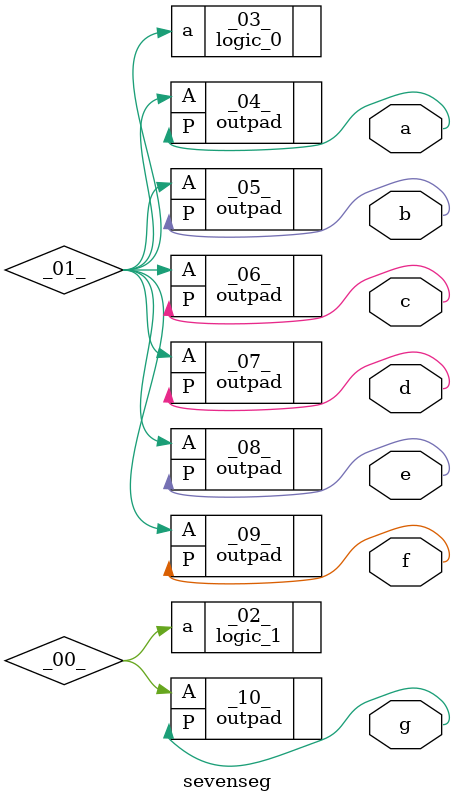
<source format=v>
/* Generated by Yosys 0.9+2406 (git sha1 9ac3484, x86_64-conda_cos6-linux-gnu-gcc 1.24.0.133_b0863d8_dirty -fvisibility-inlines-hidden -fmessage-length=0 -march=nocona -mtune=haswell -ftree-vectorize -fPIC -fstack-protector-strong -fno-plt -O2 -ffunction-sections -fdebug-prefix-map=/root/anaconda3/conda-bld/yosys_1607410735049/work=/usr/local/src/conda/yosys-0.8.0_0003_e80fb742f_20201208_122808 -fdebug-prefix-map=/home/srikala/qorc-sdk/fpga_toolchain_install/v1.3.1/conda=/usr/local/src/conda-prefix -fPIC -Os) */

(* top =  1  *)
(* src = "/home/srikala/qorc-sdk/fpga-examples/sevenseg/sevenseg.v:1.1-9.10" *)
module sevenseg(a, b, c, d, e, f, g);
  wire _00_;
  wire _01_;
  (* src = "/home/srikala/qorc-sdk/fpga-examples/sevenseg/sevenseg.v:1.24-1.25" *)
  output a;
  (* src = "/home/srikala/qorc-sdk/fpga-examples/sevenseg/sevenseg.v:1.34-1.35" *)
  output b;
  (* src = "/home/srikala/qorc-sdk/fpga-examples/sevenseg/sevenseg.v:1.43-1.44" *)
  output c;
  (* src = "/home/srikala/qorc-sdk/fpga-examples/sevenseg/sevenseg.v:1.52-1.53" *)
  output d;
  (* src = "/home/srikala/qorc-sdk/fpga-examples/sevenseg/sevenseg.v:1.61-1.62" *)
  output e;
  (* src = "/home/srikala/qorc-sdk/fpga-examples/sevenseg/sevenseg.v:1.70-1.71" *)
  output f;
  (* src = "/home/srikala/qorc-sdk/fpga-examples/sevenseg/sevenseg.v:1.79-1.80" *)
  output g;
  logic_1 _02_ (
    .a(_00_)
  );
  logic_0 _03_ (
    .a(_01_)
  );
  (* keep = 32'd1 *)
  outpad #(
    .IO_LOC("X6Y3"),
    .IO_PAD("5"),
    .IO_TYPE("BIDIR")
  ) _04_ (
    .A(_01_),
    .P(a)
  );
  (* keep = 32'd1 *)
  outpad #(
    .IO_LOC("X16Y3"),
    .IO_PAD("62"),
    .IO_TYPE("BIDIR")
  ) _05_ (
    .A(_01_),
    .P(b)
  );
  (* keep = 32'd1 *)
  outpad #(
    .IO_LOC("X32Y3"),
    .IO_PAD("54"),
    .IO_TYPE("BIDIR")
  ) _06_ (
    .A(_01_),
    .P(c)
  );
  (* keep = 32'd1 *)
  outpad #(
    .IO_LOC("X34Y3"),
    .IO_PAD("53"),
    .IO_TYPE("BIDIR")
  ) _07_ (
    .A(_01_),
    .P(d)
  );
  (* keep = 32'd1 *)
  outpad #(
    .IO_LOC("X3Y31"),
    .IO_PAD("22"),
    .IO_TYPE("SDIOMUX")
  ) _08_ (
    .A(_01_),
    .P(e)
  );
  (* keep = 32'd1 *)
  outpad #(
    .IO_LOC("X1Y28"),
    .IO_PAD("7"),
    .IO_TYPE("SDIOMUX")
  ) _09_ (
    .A(_01_),
    .P(f)
  );
  (* keep = 32'd1 *)
  outpad #(
    .IO_LOC("X3Y27"),
    .IO_PAD("8"),
    .IO_TYPE("SDIOMUX")
  ) _10_ (
    .A(_00_),
    .P(g)
  );
endmodule

</source>
